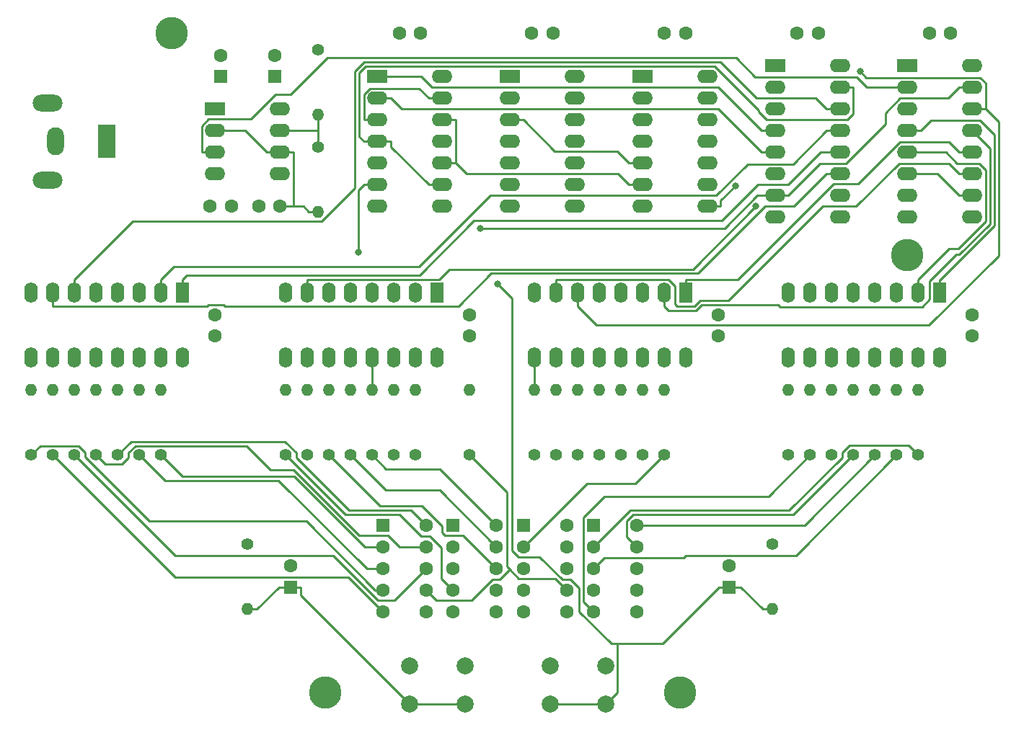
<source format=gbr>
%TF.GenerationSoftware,KiCad,Pcbnew,5.1.7-a382d34a8~87~ubuntu20.04.1*%
%TF.CreationDate,2020-10-18T23:33:31-03:00*%
%TF.ProjectId,cronometro-conta-para-zera,63726f6e-6f6d-4657-9472-6f2d636f6e74,rev?*%
%TF.SameCoordinates,Original*%
%TF.FileFunction,Copper,L1,Top*%
%TF.FilePolarity,Positive*%
%FSLAX46Y46*%
G04 Gerber Fmt 4.6, Leading zero omitted, Abs format (unit mm)*
G04 Created by KiCad (PCBNEW 5.1.7-a382d34a8~87~ubuntu20.04.1) date 2020-10-18 23:33:31*
%MOMM*%
%LPD*%
G01*
G04 APERTURE LIST*
%TA.AperFunction,ComponentPad*%
%ADD10C,3.800000*%
%TD*%
%TA.AperFunction,ComponentPad*%
%ADD11O,2.400000X1.600000*%
%TD*%
%TA.AperFunction,ComponentPad*%
%ADD12R,2.400000X1.600000*%
%TD*%
%TA.AperFunction,ComponentPad*%
%ADD13C,1.600000*%
%TD*%
%TA.AperFunction,ComponentPad*%
%ADD14R,1.600000X1.600000*%
%TD*%
%TA.AperFunction,ComponentPad*%
%ADD15O,1.600000X2.400000*%
%TD*%
%TA.AperFunction,ComponentPad*%
%ADD16R,1.600000X2.400000*%
%TD*%
%TA.AperFunction,ComponentPad*%
%ADD17C,2.000000*%
%TD*%
%TA.AperFunction,ComponentPad*%
%ADD18O,1.400000X1.400000*%
%TD*%
%TA.AperFunction,ComponentPad*%
%ADD19C,1.400000*%
%TD*%
%TA.AperFunction,ComponentPad*%
%ADD20O,3.500000X2.000000*%
%TD*%
%TA.AperFunction,ComponentPad*%
%ADD21O,2.000000X3.300000*%
%TD*%
%TA.AperFunction,ComponentPad*%
%ADD22R,2.000000X4.000000*%
%TD*%
%TA.AperFunction,ViaPad*%
%ADD23C,0.800000*%
%TD*%
%TA.AperFunction,Conductor*%
%ADD24C,0.250000*%
%TD*%
G04 APERTURE END LIST*
D10*
%TO.P,Par4,1*%
%TO.N,N/C*%
X147320000Y-27940000D03*
%TD*%
%TO.P,Par3,1*%
%TO.N,N/C*%
X233680000Y-53975000D03*
%TD*%
%TO.P,Par2,1*%
%TO.N,N/C*%
X207010000Y-105410000D03*
%TD*%
%TO.P,Par1,1*%
%TO.N,N/C*%
X165354000Y-105410000D03*
%TD*%
D11*
%TO.P,U3,16*%
%TO.N,VCC*%
X225742000Y-31750000D03*
%TO.P,U3,8*%
%TO.N,Earth*%
X218122000Y-49530000D03*
%TO.P,U3,15*%
%TO.N,MR*%
X225742000Y-34290000D03*
%TO.P,U3,7*%
%TO.N,/clr_seg*%
X218122000Y-46990000D03*
%TO.P,U3,14*%
%TO.N,/M3*%
X225742000Y-36830000D03*
%TO.P,U3,6*%
%TO.N,N/C*%
X218122000Y-44450000D03*
%TO.P,U3,13*%
%TO.N,/M2*%
X225742000Y-39370000D03*
%TO.P,U3,5*%
%TO.N,/Sd2*%
X218122000Y-41910000D03*
%TO.P,U3,12*%
%TO.N,/M1*%
X225742000Y-41910000D03*
%TO.P,U3,4*%
%TO.N,/Sd1*%
X218122000Y-39370000D03*
%TO.P,U3,11*%
%TO.N,/M0*%
X225742000Y-44450000D03*
%TO.P,U3,3*%
%TO.N,/Sd0*%
X218122000Y-36830000D03*
%TO.P,U3,10*%
%TO.N,/Sd2*%
X225742000Y-46990000D03*
%TO.P,U3,2*%
%TO.N,/Su3*%
X218122000Y-34290000D03*
%TO.P,U3,9*%
%TO.N,Earth*%
X225742000Y-49530000D03*
D12*
%TO.P,U3,1*%
X218122000Y-31750000D03*
%TD*%
D13*
%TO.P,U14,10*%
%TO.N,Net-(R28-Pad1)*%
X177165000Y-85725000D03*
%TO.P,U14,9*%
%TO.N,Net-(R29-Pad1)*%
X177165000Y-88265000D03*
%TO.P,U14,8*%
%TO.N,Net-(R30-Pad1)*%
X177165000Y-90805000D03*
%TO.P,U14,7*%
%TO.N,/driver-displays/DP*%
X177165000Y-93345000D03*
%TO.P,U14,6*%
%TO.N,Earth*%
X177165000Y-95885000D03*
%TO.P,U14,5*%
%TO.N,Net-(R31-Pad1)*%
X172085000Y-95885000D03*
%TO.P,U14,4*%
%TO.N,Net-(R32-Pad1)*%
X172085000Y-93345000D03*
%TO.P,U14,3*%
%TO.N,Net-(R34-Pad1)*%
X172085000Y-90805000D03*
%TO.P,U14,2*%
%TO.N,Net-(R33-Pad1)*%
X172085000Y-88265000D03*
D14*
%TO.P,U14,1*%
%TO.N,Earth*%
X172085000Y-85725000D03*
%TD*%
D13*
%TO.P,U13,10*%
%TO.N,Net-(R21-Pad1)*%
X185420000Y-85725000D03*
%TO.P,U13,9*%
%TO.N,Net-(R22-Pad1)*%
X185420000Y-88265000D03*
%TO.P,U13,8*%
%TO.N,Net-(R23-Pad1)*%
X185420000Y-90805000D03*
%TO.P,U13,7*%
%TO.N,Earth*%
X185420000Y-93345000D03*
%TO.P,U13,6*%
X185420000Y-95885000D03*
%TO.P,U13,5*%
%TO.N,Net-(R24-Pad1)*%
X180340000Y-95885000D03*
%TO.P,U13,4*%
%TO.N,Net-(R25-Pad1)*%
X180340000Y-93345000D03*
%TO.P,U13,3*%
%TO.N,Net-(R27-Pad1)*%
X180340000Y-90805000D03*
%TO.P,U13,2*%
%TO.N,Net-(R26-Pad1)*%
X180340000Y-88265000D03*
D14*
%TO.P,U13,1*%
%TO.N,Earth*%
X180340000Y-85725000D03*
%TD*%
D13*
%TO.P,U12,10*%
%TO.N,Net-(R14-Pad1)*%
X193675000Y-85725000D03*
%TO.P,U12,9*%
%TO.N,Net-(R15-Pad1)*%
X193675000Y-88265000D03*
%TO.P,U12,8*%
%TO.N,Net-(R16-Pad1)*%
X193675000Y-90805000D03*
%TO.P,U12,7*%
%TO.N,/driver-displays/DP*%
X193675000Y-93345000D03*
%TO.P,U12,6*%
%TO.N,Earth*%
X193675000Y-95885000D03*
%TO.P,U12,5*%
%TO.N,Net-(R17-Pad1)*%
X188595000Y-95885000D03*
%TO.P,U12,4*%
%TO.N,Net-(R18-Pad1)*%
X188595000Y-93345000D03*
%TO.P,U12,3*%
%TO.N,Net-(R20-Pad1)*%
X188595000Y-90805000D03*
%TO.P,U12,2*%
%TO.N,Net-(R19-Pad1)*%
X188595000Y-88265000D03*
D14*
%TO.P,U12,1*%
%TO.N,Earth*%
X188595000Y-85725000D03*
%TD*%
D13*
%TO.P,U11,10*%
%TO.N,Net-(R7-Pad1)*%
X201930000Y-85725000D03*
%TO.P,U11,9*%
%TO.N,Net-(R8-Pad1)*%
X201930000Y-88265000D03*
%TO.P,U11,8*%
%TO.N,Net-(R9-Pad1)*%
X201930000Y-90805000D03*
%TO.P,U11,7*%
%TO.N,Earth*%
X201930000Y-93345000D03*
%TO.P,U11,6*%
X201930000Y-95885000D03*
%TO.P,U11,5*%
%TO.N,Net-(R10-Pad1)*%
X196850000Y-95885000D03*
%TO.P,U11,4*%
%TO.N,Net-(R11-Pad1)*%
X196850000Y-93345000D03*
%TO.P,U11,3*%
%TO.N,Net-(R13-Pad1)*%
X196850000Y-90805000D03*
%TO.P,U11,2*%
%TO.N,Net-(R12-Pad1)*%
X196850000Y-88265000D03*
D14*
%TO.P,U11,1*%
%TO.N,Earth*%
X196850000Y-85725000D03*
%TD*%
D15*
%TO.P,U10,16*%
%TO.N,VCC*%
X148590000Y-66040000D03*
%TO.P,U10,8*%
%TO.N,Earth*%
X130810000Y-58420000D03*
%TO.P,U10,15*%
%TO.N,Net-(R33-Pad2)*%
X146050000Y-66040000D03*
%TO.P,U10,7*%
%TO.N,/M0*%
X133350000Y-58420000D03*
%TO.P,U10,14*%
%TO.N,Net-(R34-Pad2)*%
X143510000Y-66040000D03*
%TO.P,U10,6*%
%TO.N,/M3*%
X135890000Y-58420000D03*
%TO.P,U10,13*%
%TO.N,Net-(R28-Pad2)*%
X140970000Y-66040000D03*
%TO.P,U10,5*%
%TO.N,Earth*%
X138430000Y-58420000D03*
%TO.P,U10,12*%
%TO.N,Net-(R29-Pad2)*%
X138430000Y-66040000D03*
%TO.P,U10,4*%
%TO.N,VCC*%
X140970000Y-58420000D03*
%TO.P,U10,11*%
%TO.N,Net-(R30-Pad2)*%
X135890000Y-66040000D03*
%TO.P,U10,3*%
%TO.N,VCC*%
X143510000Y-58420000D03*
%TO.P,U10,10*%
%TO.N,Net-(R31-Pad2)*%
X133350000Y-66040000D03*
%TO.P,U10,2*%
%TO.N,/M2*%
X146050000Y-58420000D03*
%TO.P,U10,9*%
%TO.N,Net-(R32-Pad2)*%
X130810000Y-66040000D03*
D16*
%TO.P,U10,1*%
%TO.N,/M1*%
X148590000Y-58420000D03*
%TD*%
D15*
%TO.P,U9,16*%
%TO.N,VCC*%
X178435000Y-66040000D03*
%TO.P,U9,8*%
%TO.N,Earth*%
X160655000Y-58420000D03*
%TO.P,U9,15*%
%TO.N,Net-(R26-Pad2)*%
X175895000Y-66040000D03*
%TO.P,U9,7*%
%TO.N,/Sd0*%
X163195000Y-58420000D03*
%TO.P,U9,14*%
%TO.N,Net-(R27-Pad2)*%
X173355000Y-66040000D03*
%TO.P,U9,6*%
%TO.N,Earth*%
X165735000Y-58420000D03*
%TO.P,U9,13*%
%TO.N,Net-(R21-Pad2)*%
X170815000Y-66040000D03*
%TO.P,U9,5*%
%TO.N,Earth*%
X168275000Y-58420000D03*
%TO.P,U9,12*%
%TO.N,Net-(R22-Pad2)*%
X168275000Y-66040000D03*
%TO.P,U9,4*%
%TO.N,VCC*%
X170815000Y-58420000D03*
%TO.P,U9,11*%
%TO.N,Net-(R23-Pad2)*%
X165735000Y-66040000D03*
%TO.P,U9,3*%
%TO.N,VCC*%
X173355000Y-58420000D03*
%TO.P,U9,10*%
%TO.N,Net-(R24-Pad2)*%
X163195000Y-66040000D03*
%TO.P,U9,2*%
%TO.N,/Sd2*%
X175895000Y-58420000D03*
%TO.P,U9,9*%
%TO.N,Net-(R25-Pad2)*%
X160655000Y-66040000D03*
D16*
%TO.P,U9,1*%
%TO.N,/Sd1*%
X178435000Y-58420000D03*
%TD*%
D15*
%TO.P,U8,16*%
%TO.N,VCC*%
X207645000Y-66040000D03*
%TO.P,U8,8*%
%TO.N,Earth*%
X189865000Y-58420000D03*
%TO.P,U8,15*%
%TO.N,Net-(R19-Pad2)*%
X205105000Y-66040000D03*
%TO.P,U8,7*%
%TO.N,/Su0*%
X192405000Y-58420000D03*
%TO.P,U8,14*%
%TO.N,Net-(R20-Pad2)*%
X202565000Y-66040000D03*
%TO.P,U8,6*%
%TO.N,/Su3*%
X194945000Y-58420000D03*
%TO.P,U8,13*%
%TO.N,Net-(R14-Pad2)*%
X200025000Y-66040000D03*
%TO.P,U8,5*%
%TO.N,Earth*%
X197485000Y-58420000D03*
%TO.P,U8,12*%
%TO.N,Net-(R15-Pad2)*%
X197485000Y-66040000D03*
%TO.P,U8,4*%
%TO.N,VCC*%
X200025000Y-58420000D03*
%TO.P,U8,11*%
%TO.N,Net-(R16-Pad2)*%
X194945000Y-66040000D03*
%TO.P,U8,3*%
%TO.N,VCC*%
X202565000Y-58420000D03*
%TO.P,U8,10*%
%TO.N,Net-(R17-Pad2)*%
X192405000Y-66040000D03*
%TO.P,U8,2*%
%TO.N,/Su2*%
X205105000Y-58420000D03*
%TO.P,U8,9*%
%TO.N,Net-(R18-Pad2)*%
X189865000Y-66040000D03*
D16*
%TO.P,U8,1*%
%TO.N,/Su1*%
X207645000Y-58420000D03*
%TD*%
D15*
%TO.P,U7,16*%
%TO.N,VCC*%
X237490000Y-66040000D03*
%TO.P,U7,8*%
%TO.N,Earth*%
X219710000Y-58420000D03*
%TO.P,U7,15*%
%TO.N,Net-(R12-Pad2)*%
X234950000Y-66040000D03*
%TO.P,U7,7*%
%TO.N,/DS0*%
X222250000Y-58420000D03*
%TO.P,U7,14*%
%TO.N,Net-(R13-Pad2)*%
X232410000Y-66040000D03*
%TO.P,U7,6*%
%TO.N,/DS3*%
X224790000Y-58420000D03*
%TO.P,U7,13*%
%TO.N,Net-(R7-Pad2)*%
X229870000Y-66040000D03*
%TO.P,U7,5*%
%TO.N,Earth*%
X227330000Y-58420000D03*
%TO.P,U7,12*%
%TO.N,Net-(R8-Pad2)*%
X227330000Y-66040000D03*
%TO.P,U7,4*%
%TO.N,VCC*%
X229870000Y-58420000D03*
%TO.P,U7,11*%
%TO.N,Net-(R9-Pad2)*%
X224790000Y-66040000D03*
%TO.P,U7,3*%
%TO.N,VCC*%
X232410000Y-58420000D03*
%TO.P,U7,10*%
%TO.N,Net-(R10-Pad2)*%
X222250000Y-66040000D03*
%TO.P,U7,2*%
%TO.N,/DS2*%
X234950000Y-58420000D03*
%TO.P,U7,9*%
%TO.N,Net-(R11-Pad2)*%
X219710000Y-66040000D03*
D16*
%TO.P,U7,1*%
%TO.N,/DS1*%
X237490000Y-58420000D03*
%TD*%
D11*
%TO.P,U6,14*%
%TO.N,N/C*%
X210185000Y-33020000D03*
%TO.P,U6,7*%
%TO.N,VCC*%
X202565000Y-48260000D03*
%TO.P,U6,13*%
%TO.N,N/C*%
X210185000Y-35560000D03*
%TO.P,U6,6*%
%TO.N,~MR*%
X202565000Y-45720000D03*
%TO.P,U6,12*%
%TO.N,N/C*%
X210185000Y-38100000D03*
%TO.P,U6,5*%
%TO.N,Net-(U5-Pad3)*%
X202565000Y-43180000D03*
%TO.P,U6,11*%
%TO.N,Earth*%
X210185000Y-40640000D03*
%TO.P,U6,4*%
%TO.N,VCC*%
X202565000Y-40640000D03*
%TO.P,U6,10*%
X210185000Y-43180000D03*
%TO.P,U6,3*%
%TO.N,N/C*%
X202565000Y-38100000D03*
%TO.P,U6,9*%
X210185000Y-45720000D03*
%TO.P,U6,2*%
X202565000Y-35560000D03*
%TO.P,U6,8*%
%TO.N,/hab_cont*%
X210185000Y-48260000D03*
D12*
%TO.P,U6,1*%
%TO.N,N/C*%
X202565000Y-33020000D03*
%TD*%
D11*
%TO.P,U5,14*%
%TO.N,VCC*%
X194627000Y-33020000D03*
%TO.P,U5,7*%
%TO.N,Earth*%
X187007000Y-48260000D03*
%TO.P,U5,13*%
%TO.N,N/C*%
X194627000Y-35560000D03*
%TO.P,U5,6*%
X187007000Y-45720000D03*
%TO.P,U5,12*%
X194627000Y-38100000D03*
%TO.P,U5,5*%
X187007000Y-43180000D03*
%TO.P,U5,11*%
X194627000Y-40640000D03*
%TO.P,U5,4*%
X187007000Y-40640000D03*
%TO.P,U5,10*%
X194627000Y-43180000D03*
%TO.P,U5,3*%
%TO.N,Net-(U5-Pad3)*%
X187007000Y-38100000D03*
%TO.P,U5,9*%
%TO.N,N/C*%
X194627000Y-45720000D03*
%TO.P,U5,2*%
%TO.N,Net-(C3-Pad1)*%
X187007000Y-35560000D03*
%TO.P,U5,8*%
%TO.N,N/C*%
X194627000Y-48260000D03*
D12*
%TO.P,U5,1*%
%TO.N,Net-(C3-Pad1)*%
X187007000Y-33020000D03*
%TD*%
D11*
%TO.P,U4,14*%
%TO.N,VCC*%
X179070000Y-33020000D03*
%TO.P,U4,7*%
%TO.N,Earth*%
X171450000Y-48260000D03*
%TO.P,U4,13*%
%TO.N,Net-(U4-Pad13)*%
X179070000Y-35560000D03*
%TO.P,U4,6*%
%TO.N,Net-(C4-Pad1)*%
X171450000Y-45720000D03*
%TO.P,U4,12*%
%TO.N,~MR*%
X179070000Y-38100000D03*
%TO.P,U4,5*%
%TO.N,Net-(C4-Pad1)*%
X171450000Y-43180000D03*
%TO.P,U4,11*%
%TO.N,/clr_seg*%
X179070000Y-40640000D03*
%TO.P,U4,4*%
%TO.N,MR*%
X171450000Y-40640000D03*
%TO.P,U4,10*%
%TO.N,~MR*%
X179070000Y-43180000D03*
%TO.P,U4,3*%
%TO.N,Net-(U4-Pad13)*%
X171450000Y-38100000D03*
%TO.P,U4,9*%
%TO.N,MR*%
X179070000Y-45720000D03*
%TO.P,U4,2*%
%TO.N,/Sd2*%
X171450000Y-35560000D03*
%TO.P,U4,8*%
%TO.N,MR*%
X179070000Y-48260000D03*
D12*
%TO.P,U4,1*%
%TO.N,/Sd1*%
X171450000Y-33020000D03*
%TD*%
D11*
%TO.P,U2,16*%
%TO.N,VCC*%
X241300000Y-31750000D03*
%TO.P,U2,8*%
%TO.N,Earth*%
X233680000Y-49530000D03*
%TO.P,U2,15*%
%TO.N,/clr_seg*%
X241300000Y-34290000D03*
%TO.P,U2,7*%
%TO.N,MR*%
X233680000Y-46990000D03*
%TO.P,U2,14*%
%TO.N,/Su3*%
X241300000Y-36830000D03*
%TO.P,U2,6*%
%TO.N,/DS3*%
X233680000Y-44450000D03*
%TO.P,U2,13*%
%TO.N,/Su2*%
X241300000Y-39370000D03*
%TO.P,U2,5*%
%TO.N,/DS2*%
X233680000Y-41910000D03*
%TO.P,U2,12*%
%TO.N,/Su1*%
X241300000Y-41910000D03*
%TO.P,U2,4*%
%TO.N,/DS1*%
X233680000Y-39370000D03*
%TO.P,U2,11*%
%TO.N,/Su0*%
X241300000Y-44450000D03*
%TO.P,U2,3*%
%TO.N,/DS0*%
X233680000Y-36830000D03*
%TO.P,U2,10*%
%TO.N,/DS3*%
X241300000Y-46990000D03*
%TO.P,U2,2*%
%TO.N,ck*%
X233680000Y-34290000D03*
%TO.P,U2,9*%
%TO.N,Earth*%
X241300000Y-49530000D03*
D12*
%TO.P,U2,1*%
%TO.N,/hab_cont*%
X233680000Y-31750000D03*
%TD*%
D11*
%TO.P,U1,8*%
%TO.N,VCC*%
X160020000Y-36830000D03*
%TO.P,U1,4*%
X152400000Y-44450000D03*
%TO.P,U1,7*%
%TO.N,Net-(R1-Pad2)*%
X160020000Y-39370000D03*
%TO.P,U1,3*%
%TO.N,ck*%
X152400000Y-41910000D03*
%TO.P,U1,6*%
%TO.N,Net-(C2-Pad1)*%
X160020000Y-41910000D03*
%TO.P,U1,2*%
X152400000Y-39370000D03*
%TO.P,U1,5*%
%TO.N,Net-(C1-Pad1)*%
X160020000Y-44450000D03*
D12*
%TO.P,U1,1*%
%TO.N,Earth*%
X152400000Y-36830000D03*
%TD*%
D17*
%TO.P,SW2,1*%
%TO.N,Earth*%
X198270000Y-102235000D03*
%TO.P,SW2,2*%
%TO.N,Net-(C3-Pad1)*%
X198270000Y-106735000D03*
%TO.P,SW2,1*%
%TO.N,Earth*%
X191770000Y-102235000D03*
%TO.P,SW2,2*%
%TO.N,Net-(C3-Pad1)*%
X191770000Y-106735000D03*
%TD*%
%TO.P,SW1,1*%
%TO.N,Earth*%
X181760000Y-102235000D03*
%TO.P,SW1,2*%
%TO.N,Net-(C4-Pad1)*%
X181760000Y-106735000D03*
%TO.P,SW1,1*%
%TO.N,Earth*%
X175260000Y-102235000D03*
%TO.P,SW1,2*%
%TO.N,Net-(C4-Pad1)*%
X175260000Y-106735000D03*
%TD*%
D18*
%TO.P,R34,2*%
%TO.N,Net-(R34-Pad2)*%
X143510000Y-69850000D03*
D19*
%TO.P,R34,1*%
%TO.N,Net-(R34-Pad1)*%
X143510000Y-77470000D03*
%TD*%
D18*
%TO.P,R33,2*%
%TO.N,Net-(R33-Pad2)*%
X146050000Y-69850000D03*
D19*
%TO.P,R33,1*%
%TO.N,Net-(R33-Pad1)*%
X146050000Y-77470000D03*
%TD*%
D18*
%TO.P,R32,2*%
%TO.N,Net-(R32-Pad2)*%
X130810000Y-69850000D03*
D19*
%TO.P,R32,1*%
%TO.N,Net-(R32-Pad1)*%
X130810000Y-77470000D03*
%TD*%
D18*
%TO.P,R31,2*%
%TO.N,Net-(R31-Pad2)*%
X133350000Y-69850000D03*
D19*
%TO.P,R31,1*%
%TO.N,Net-(R31-Pad1)*%
X133350000Y-77470000D03*
%TD*%
D18*
%TO.P,R30,2*%
%TO.N,Net-(R30-Pad2)*%
X135890000Y-69850000D03*
D19*
%TO.P,R30,1*%
%TO.N,Net-(R30-Pad1)*%
X135890000Y-77470000D03*
%TD*%
D18*
%TO.P,R29,2*%
%TO.N,Net-(R29-Pad2)*%
X138430000Y-69850000D03*
D19*
%TO.P,R29,1*%
%TO.N,Net-(R29-Pad1)*%
X138430000Y-77470000D03*
%TD*%
D18*
%TO.P,R28,2*%
%TO.N,Net-(R28-Pad2)*%
X140970000Y-69850000D03*
D19*
%TO.P,R28,1*%
%TO.N,Net-(R28-Pad1)*%
X140970000Y-77470000D03*
%TD*%
D18*
%TO.P,R27,2*%
%TO.N,Net-(R27-Pad2)*%
X173355000Y-69850000D03*
D19*
%TO.P,R27,1*%
%TO.N,Net-(R27-Pad1)*%
X173355000Y-77470000D03*
%TD*%
D18*
%TO.P,R26,2*%
%TO.N,Net-(R26-Pad2)*%
X175895000Y-69850000D03*
D19*
%TO.P,R26,1*%
%TO.N,Net-(R26-Pad1)*%
X175895000Y-77470000D03*
%TD*%
D18*
%TO.P,R25,2*%
%TO.N,Net-(R25-Pad2)*%
X160655000Y-69850000D03*
D19*
%TO.P,R25,1*%
%TO.N,Net-(R25-Pad1)*%
X160655000Y-77470000D03*
%TD*%
D18*
%TO.P,R24,2*%
%TO.N,Net-(R24-Pad2)*%
X163195000Y-69850000D03*
D19*
%TO.P,R24,1*%
%TO.N,Net-(R24-Pad1)*%
X163195000Y-77470000D03*
%TD*%
D18*
%TO.P,R23,2*%
%TO.N,Net-(R23-Pad2)*%
X165735000Y-69850000D03*
D19*
%TO.P,R23,1*%
%TO.N,Net-(R23-Pad1)*%
X165735000Y-77470000D03*
%TD*%
D18*
%TO.P,R22,2*%
%TO.N,Net-(R22-Pad2)*%
X168275000Y-69850000D03*
D19*
%TO.P,R22,1*%
%TO.N,Net-(R22-Pad1)*%
X168275000Y-77470000D03*
%TD*%
D18*
%TO.P,R21,2*%
%TO.N,Net-(R21-Pad2)*%
X170815000Y-69850000D03*
D19*
%TO.P,R21,1*%
%TO.N,Net-(R21-Pad1)*%
X170815000Y-77470000D03*
%TD*%
D18*
%TO.P,R20,2*%
%TO.N,Net-(R20-Pad2)*%
X202565000Y-69850000D03*
D19*
%TO.P,R20,1*%
%TO.N,Net-(R20-Pad1)*%
X202565000Y-77470000D03*
%TD*%
D18*
%TO.P,R19,2*%
%TO.N,Net-(R19-Pad2)*%
X205105000Y-69850000D03*
D19*
%TO.P,R19,1*%
%TO.N,Net-(R19-Pad1)*%
X205105000Y-77470000D03*
%TD*%
D18*
%TO.P,R18,2*%
%TO.N,Net-(R18-Pad2)*%
X189865000Y-69850000D03*
D19*
%TO.P,R18,1*%
%TO.N,Net-(R18-Pad1)*%
X189865000Y-77470000D03*
%TD*%
D18*
%TO.P,R17,2*%
%TO.N,Net-(R17-Pad2)*%
X192405000Y-69850000D03*
D19*
%TO.P,R17,1*%
%TO.N,Net-(R17-Pad1)*%
X192405000Y-77470000D03*
%TD*%
D18*
%TO.P,R16,2*%
%TO.N,Net-(R16-Pad2)*%
X194945000Y-69850000D03*
D19*
%TO.P,R16,1*%
%TO.N,Net-(R16-Pad1)*%
X194945000Y-77470000D03*
%TD*%
D18*
%TO.P,R15,2*%
%TO.N,Net-(R15-Pad2)*%
X197485000Y-69850000D03*
D19*
%TO.P,R15,1*%
%TO.N,Net-(R15-Pad1)*%
X197485000Y-77470000D03*
%TD*%
D18*
%TO.P,R14,2*%
%TO.N,Net-(R14-Pad2)*%
X200025000Y-69850000D03*
D19*
%TO.P,R14,1*%
%TO.N,Net-(R14-Pad1)*%
X200025000Y-77470000D03*
%TD*%
D18*
%TO.P,R13,2*%
%TO.N,Net-(R13-Pad2)*%
X232410000Y-69850000D03*
D19*
%TO.P,R13,1*%
%TO.N,Net-(R13-Pad1)*%
X232410000Y-77470000D03*
%TD*%
D18*
%TO.P,R12,2*%
%TO.N,Net-(R12-Pad2)*%
X234950000Y-69850000D03*
D19*
%TO.P,R12,1*%
%TO.N,Net-(R12-Pad1)*%
X234950000Y-77470000D03*
%TD*%
D18*
%TO.P,R11,2*%
%TO.N,Net-(R11-Pad2)*%
X219710000Y-69850000D03*
D19*
%TO.P,R11,1*%
%TO.N,Net-(R11-Pad1)*%
X219710000Y-77470000D03*
%TD*%
D18*
%TO.P,R10,2*%
%TO.N,Net-(R10-Pad2)*%
X222250000Y-69850000D03*
D19*
%TO.P,R10,1*%
%TO.N,Net-(R10-Pad1)*%
X222250000Y-77470000D03*
%TD*%
D18*
%TO.P,R9,2*%
%TO.N,Net-(R9-Pad2)*%
X224790000Y-69850000D03*
D19*
%TO.P,R9,1*%
%TO.N,Net-(R9-Pad1)*%
X224790000Y-77470000D03*
%TD*%
D18*
%TO.P,R8,2*%
%TO.N,Net-(R8-Pad2)*%
X227330000Y-69850000D03*
D19*
%TO.P,R8,1*%
%TO.N,Net-(R8-Pad1)*%
X227330000Y-77470000D03*
%TD*%
D18*
%TO.P,R7,2*%
%TO.N,Net-(R7-Pad2)*%
X229870000Y-69850000D03*
D19*
%TO.P,R7,1*%
%TO.N,Net-(R7-Pad1)*%
X229870000Y-77470000D03*
%TD*%
D18*
%TO.P,R6,2*%
%TO.N,VCC*%
X182245000Y-69850000D03*
D19*
%TO.P,R6,1*%
%TO.N,/driver-displays/DP*%
X182245000Y-77470000D03*
%TD*%
D18*
%TO.P,R5,2*%
%TO.N,Net-(C4-Pad1)*%
X156210000Y-95595000D03*
D19*
%TO.P,R5,1*%
%TO.N,VCC*%
X156210000Y-87975000D03*
%TD*%
D18*
%TO.P,R4,2*%
%TO.N,Net-(C3-Pad1)*%
X217805000Y-95595000D03*
D19*
%TO.P,R4,1*%
%TO.N,VCC*%
X217805000Y-87975000D03*
%TD*%
D18*
%TO.P,R2,2*%
%TO.N,Net-(C2-Pad1)*%
X164465000Y-48895000D03*
D19*
%TO.P,R2,1*%
%TO.N,Net-(R1-Pad2)*%
X164465000Y-41275000D03*
%TD*%
D18*
%TO.P,R1,2*%
%TO.N,Net-(R1-Pad2)*%
X164465000Y-37465000D03*
D19*
%TO.P,R1,1*%
%TO.N,VCC*%
X164465000Y-29845000D03*
%TD*%
D20*
%TO.P,J1,MP*%
%TO.N,N/C*%
X132700000Y-45140000D03*
X132700000Y-36140000D03*
D21*
%TO.P,J1,2*%
%TO.N,Earth*%
X133700000Y-40640000D03*
D22*
%TO.P,J1,1*%
%TO.N,VCC*%
X139700000Y-40640000D03*
%TD*%
D13*
%TO.P,C15,2*%
%TO.N,Earth*%
X205145000Y-27940000D03*
%TO.P,C15,1*%
%TO.N,VCC*%
X207645000Y-27940000D03*
%TD*%
%TO.P,C14,2*%
%TO.N,Earth*%
X152400000Y-61000000D03*
%TO.P,C14,1*%
%TO.N,VCC*%
X152400000Y-63500000D03*
%TD*%
%TO.P,C13,2*%
%TO.N,Earth*%
X182245000Y-61000000D03*
%TO.P,C13,1*%
%TO.N,VCC*%
X182245000Y-63500000D03*
%TD*%
%TO.P,C12,2*%
%TO.N,Earth*%
X211455000Y-61000000D03*
%TO.P,C12,1*%
%TO.N,VCC*%
X211455000Y-63500000D03*
%TD*%
%TO.P,C11,2*%
%TO.N,Earth*%
X241300000Y-61000000D03*
%TO.P,C11,1*%
%TO.N,VCC*%
X241300000Y-63500000D03*
%TD*%
%TO.P,C10,2*%
%TO.N,Earth*%
X174030000Y-27940000D03*
%TO.P,C10,1*%
%TO.N,VCC*%
X176530000Y-27940000D03*
%TD*%
%TO.P,C9,2*%
%TO.N,Earth*%
X189588000Y-27940000D03*
%TO.P,C9,1*%
%TO.N,VCC*%
X192088000Y-27940000D03*
%TD*%
%TO.P,C8,2*%
%TO.N,Earth*%
X220702000Y-27940000D03*
%TO.P,C8,1*%
%TO.N,VCC*%
X223202000Y-27940000D03*
%TD*%
%TO.P,C7,2*%
%TO.N,Earth*%
X236260000Y-27940000D03*
%TO.P,C7,1*%
%TO.N,VCC*%
X238760000Y-27940000D03*
%TD*%
%TO.P,C6,2*%
%TO.N,Earth*%
X153035000Y-30520000D03*
D14*
%TO.P,C6,1*%
%TO.N,VCC*%
X153035000Y-33020000D03*
%TD*%
D13*
%TO.P,C5,2*%
%TO.N,Earth*%
X159385000Y-30520000D03*
D14*
%TO.P,C5,1*%
%TO.N,VCC*%
X159385000Y-33020000D03*
%TD*%
D13*
%TO.P,C4,2*%
%TO.N,Earth*%
X161290000Y-90490100D03*
D14*
%TO.P,C4,1*%
%TO.N,Net-(C4-Pad1)*%
X161290000Y-92990100D03*
%TD*%
D13*
%TO.P,C3,2*%
%TO.N,Earth*%
X212725000Y-90490100D03*
D14*
%TO.P,C3,1*%
%TO.N,Net-(C3-Pad1)*%
X212725000Y-92990100D03*
%TD*%
D13*
%TO.P,C2,2*%
%TO.N,Earth*%
X157520000Y-48260000D03*
%TO.P,C2,1*%
%TO.N,Net-(C2-Pad1)*%
X160020000Y-48260000D03*
%TD*%
%TO.P,C1,2*%
%TO.N,Earth*%
X151805000Y-48260000D03*
%TO.P,C1,1*%
%TO.N,Net-(C1-Pad1)*%
X154305000Y-48260000D03*
%TD*%
D23*
%TO.N,Net-(C3-Pad1)*%
X185587000Y-57339200D03*
%TO.N,Net-(C4-Pad1)*%
X169237400Y-53631600D03*
%TO.N,/hab_cont*%
X213475900Y-45844500D03*
%TO.N,/clr_seg*%
X183574800Y-50867700D03*
%TO.N,/Su3*%
X228145600Y-32397200D03*
%TO.N,/Sd0*%
X215918800Y-48251300D03*
%TD*%
D24*
%TO.N,Net-(C2-Pad1)*%
X160020000Y-41910000D02*
X158444700Y-41910000D01*
X152400000Y-39370000D02*
X155904700Y-39370000D01*
X155904700Y-39370000D02*
X158444700Y-41910000D01*
X161595300Y-48260000D02*
X162754700Y-48260000D01*
X162754700Y-48260000D02*
X163389700Y-48895000D01*
X160020000Y-48260000D02*
X161595300Y-48260000D01*
X161595300Y-48260000D02*
X161595300Y-41910000D01*
X160020000Y-41910000D02*
X161595300Y-41910000D01*
X164465000Y-48895000D02*
X163389700Y-48895000D01*
%TO.N,Net-(C3-Pad1)*%
X185587000Y-57339200D02*
X187292900Y-59045100D01*
X187292900Y-59045100D02*
X187292900Y-88675000D01*
X187292900Y-88675000D02*
X188058300Y-89440400D01*
X188058300Y-89440400D02*
X190478100Y-89440400D01*
X190478100Y-89440400D02*
X193149900Y-92112200D01*
X193149900Y-92112200D02*
X194156300Y-92112200D01*
X194156300Y-92112200D02*
X195155600Y-93111500D01*
X195155600Y-93111500D02*
X195155600Y-95864200D01*
X195155600Y-95864200D02*
X198909000Y-99617600D01*
X198909000Y-99617600D02*
X199662100Y-99617600D01*
X199662100Y-99617600D02*
X204922200Y-99617600D01*
X204922200Y-99617600D02*
X211549700Y-92990100D01*
X199662100Y-99617600D02*
X199662100Y-105342900D01*
X199662100Y-105342900D02*
X198270000Y-106735000D01*
X212725000Y-92990100D02*
X211549700Y-92990100D01*
X216729700Y-95595000D02*
X214124800Y-92990100D01*
X214124800Y-92990100D02*
X212725000Y-92990100D01*
X191770000Y-106735000D02*
X198270000Y-106735000D01*
X217805000Y-95595000D02*
X216729700Y-95595000D01*
%TO.N,Net-(C4-Pad1)*%
X171450000Y-45720000D02*
X169874700Y-45720000D01*
X169237400Y-53631600D02*
X169237400Y-46357300D01*
X169237400Y-46357300D02*
X169874700Y-45720000D01*
X161290000Y-92990100D02*
X162465300Y-92990100D01*
X162465300Y-92990100D02*
X162465300Y-93940300D01*
X162465300Y-93940300D02*
X175260000Y-106735000D01*
X161290000Y-92990100D02*
X159890200Y-92990100D01*
X159890200Y-92990100D02*
X157285300Y-95595000D01*
X175260000Y-106735000D02*
X181760000Y-106735000D01*
X156210000Y-95595000D02*
X157285300Y-95595000D01*
%TO.N,Net-(R1-Pad2)*%
X164465000Y-39370000D02*
X164465000Y-41275000D01*
X164465000Y-37465000D02*
X164465000Y-39370000D01*
X164465000Y-39370000D02*
X161595300Y-39370000D01*
X160020000Y-39370000D02*
X161595300Y-39370000D01*
%TO.N,/driver-displays/DP*%
X186996200Y-90916400D02*
X188060200Y-91980400D01*
X188060200Y-91980400D02*
X192310400Y-91980400D01*
X192310400Y-91980400D02*
X193675000Y-93345000D01*
X182245000Y-77470000D02*
X186628800Y-81853800D01*
X186628800Y-81853800D02*
X186628800Y-90549000D01*
X186628800Y-90549000D02*
X186996200Y-90916400D01*
X186996200Y-90916400D02*
X185837600Y-92075000D01*
X185837600Y-92075000D02*
X184971500Y-92075000D01*
X184971500Y-92075000D02*
X182510900Y-94535600D01*
X182510900Y-94535600D02*
X178355600Y-94535600D01*
X178355600Y-94535600D02*
X177165000Y-93345000D01*
%TO.N,Net-(R7-Pad1)*%
X229870000Y-77470000D02*
X221615000Y-85725000D01*
X221615000Y-85725000D02*
X201930000Y-85725000D01*
%TO.N,Net-(R8-Pad1)*%
X227330000Y-77470000D02*
X220311000Y-84489000D01*
X220311000Y-84489000D02*
X201460000Y-84489000D01*
X201460000Y-84489000D02*
X200733100Y-85215900D01*
X200733100Y-85215900D02*
X200733100Y-87068100D01*
X200733100Y-87068100D02*
X201930000Y-88265000D01*
%TO.N,Net-(R10-Pad1)*%
X222250000Y-77470000D02*
X217394400Y-82325600D01*
X217394400Y-82325600D02*
X198118600Y-82325600D01*
X198118600Y-82325600D02*
X195656000Y-84788200D01*
X195656000Y-84788200D02*
X195656000Y-94691000D01*
X195656000Y-94691000D02*
X196850000Y-95885000D01*
%TO.N,Net-(R12-Pad1)*%
X234950000Y-77470000D02*
X233844600Y-76364600D01*
X233844600Y-76364600D02*
X226908500Y-76364600D01*
X226908500Y-76364600D02*
X226060000Y-77213100D01*
X226060000Y-77213100D02*
X226060000Y-77735000D01*
X226060000Y-77735000D02*
X219806400Y-83988600D01*
X219806400Y-83988600D02*
X201126300Y-83988600D01*
X201126300Y-83988600D02*
X201126300Y-83988700D01*
X201126300Y-83988700D02*
X196850000Y-88265000D01*
%TO.N,Net-(R13-Pad1)*%
X232410000Y-77470000D02*
X220596200Y-89283800D01*
X220596200Y-89283800D02*
X207671600Y-89283800D01*
X207671600Y-89283800D02*
X207420400Y-89535000D01*
X207420400Y-89535000D02*
X198120000Y-89535000D01*
X198120000Y-89535000D02*
X196850000Y-90805000D01*
%TO.N,Net-(R18-Pad2)*%
X189865000Y-69850000D02*
X189865000Y-66040000D01*
%TO.N,Net-(R19-Pad1)*%
X205105000Y-77470000D02*
X201770200Y-80804800D01*
X201770200Y-80804800D02*
X196055200Y-80804800D01*
X196055200Y-80804800D02*
X188595000Y-88265000D01*
%TO.N,Net-(R21-Pad2)*%
X170815000Y-69850000D02*
X170815000Y-66040000D01*
%TO.N,Net-(R21-Pad1)*%
X170815000Y-77470000D02*
X172452700Y-79107700D01*
X172452700Y-79107700D02*
X178802700Y-79107700D01*
X178802700Y-79107700D02*
X185420000Y-85725000D01*
%TO.N,Net-(R22-Pad1)*%
X185420000Y-88265000D02*
X178762600Y-81607600D01*
X178762600Y-81607600D02*
X172412600Y-81607600D01*
X172412600Y-81607600D02*
X168275000Y-77470000D01*
%TO.N,Net-(R23-Pad1)*%
X185420000Y-90805000D02*
X181515400Y-86900400D01*
X181515400Y-86900400D02*
X179349500Y-86900400D01*
X179349500Y-86900400D02*
X179015900Y-86566800D01*
X179015900Y-86566800D02*
X179015900Y-85853000D01*
X179015900Y-85853000D02*
X176645700Y-83482800D01*
X176645700Y-83482800D02*
X171747800Y-83482800D01*
X171747800Y-83482800D02*
X165735000Y-77470000D01*
%TO.N,Net-(R25-Pad1)*%
X160655000Y-77470000D02*
X167668600Y-84483600D01*
X167668600Y-84483600D02*
X174073400Y-84483600D01*
X174073400Y-84483600D02*
X176584800Y-86995000D01*
X176584800Y-86995000D02*
X177597100Y-86995000D01*
X177597100Y-86995000D02*
X178975400Y-88373300D01*
X178975400Y-88373300D02*
X178975400Y-91980400D01*
X178975400Y-91980400D02*
X180340000Y-93345000D01*
%TO.N,Net-(R28-Pad1)*%
X177165000Y-85725000D02*
X175423200Y-83983200D01*
X175423200Y-83983200D02*
X168130700Y-83983200D01*
X168130700Y-83983200D02*
X161925000Y-77777500D01*
X161925000Y-77777500D02*
X161925000Y-77180400D01*
X161925000Y-77180400D02*
X160632500Y-75887900D01*
X160632500Y-75887900D02*
X142552100Y-75887900D01*
X142552100Y-75887900D02*
X140970000Y-77470000D01*
%TO.N,Net-(R29-Pad1)*%
X138430000Y-77470000D02*
X139514400Y-78554400D01*
X139514400Y-78554400D02*
X141446400Y-78554400D01*
X141446400Y-78554400D02*
X142240000Y-77760800D01*
X142240000Y-77760800D02*
X142240000Y-77201000D01*
X142240000Y-77201000D02*
X143052700Y-76388300D01*
X143052700Y-76388300D02*
X156092800Y-76388300D01*
X156092800Y-76388300D02*
X158922500Y-79218000D01*
X158922500Y-79218000D02*
X161631000Y-79218000D01*
X161631000Y-79218000D02*
X169313400Y-86900400D01*
X169313400Y-86900400D02*
X172665400Y-86900400D01*
X172665400Y-86900400D02*
X174030000Y-88265000D01*
X174030000Y-88265000D02*
X177165000Y-88265000D01*
%TO.N,Net-(R30-Pad1)*%
X135890000Y-77470000D02*
X147704900Y-89284900D01*
X147704900Y-89284900D02*
X166266200Y-89284900D01*
X166266200Y-89284900D02*
X171504400Y-94523100D01*
X171504400Y-94523100D02*
X173446900Y-94523100D01*
X173446900Y-94523100D02*
X177165000Y-90805000D01*
%TO.N,Net-(R31-Pad1)*%
X133350000Y-77470000D02*
X147694700Y-91814700D01*
X147694700Y-91814700D02*
X168014700Y-91814700D01*
X168014700Y-91814700D02*
X172085000Y-95885000D01*
%TO.N,Net-(R32-Pad1)*%
X130810000Y-77470000D02*
X131891800Y-76388200D01*
X131891800Y-76388200D02*
X136367800Y-76388200D01*
X136367800Y-76388200D02*
X137160000Y-77180400D01*
X137160000Y-77180400D02*
X137160000Y-77720800D01*
X137160000Y-77720800D02*
X144684200Y-85245000D01*
X144684200Y-85245000D02*
X163114100Y-85245000D01*
X163114100Y-85245000D02*
X171214100Y-93345000D01*
X171214100Y-93345000D02*
X172085000Y-93345000D01*
%TO.N,Net-(R33-Pad1)*%
X146050000Y-77470000D02*
X148548300Y-79968300D01*
X148548300Y-79968300D02*
X161673600Y-79968300D01*
X161673600Y-79968300D02*
X169970300Y-88265000D01*
X169970300Y-88265000D02*
X172085000Y-88265000D01*
%TO.N,Net-(R34-Pad1)*%
X143510000Y-77470000D02*
X146508700Y-80468700D01*
X146508700Y-80468700D02*
X159864600Y-80468700D01*
X159864600Y-80468700D02*
X170200900Y-90805000D01*
X170200900Y-90805000D02*
X172085000Y-90805000D01*
%TO.N,ck*%
X150824700Y-41910000D02*
X150824700Y-38836500D01*
X150824700Y-38836500D02*
X151655800Y-38005400D01*
X151655800Y-38005400D02*
X156603800Y-38005400D01*
X156603800Y-38005400D02*
X159517800Y-35091400D01*
X159517800Y-35091400D02*
X161271500Y-35091400D01*
X161271500Y-35091400D02*
X165549900Y-30813000D01*
X165549900Y-30813000D02*
X213558300Y-30813000D01*
X213558300Y-30813000D02*
X215828200Y-33082900D01*
X215828200Y-33082900D02*
X227734900Y-33082900D01*
X227734900Y-33082900D02*
X228942000Y-34290000D01*
X228942000Y-34290000D02*
X232104700Y-34290000D01*
X233680000Y-34290000D02*
X232104700Y-34290000D01*
X152400000Y-41910000D02*
X150824700Y-41910000D01*
%TO.N,MR*%
X171450000Y-40640000D02*
X173025300Y-40640000D01*
X179070000Y-45720000D02*
X177494700Y-45720000D01*
X177494700Y-45720000D02*
X173025300Y-41250600D01*
X173025300Y-41250600D02*
X173025300Y-40640000D01*
X225742000Y-34290000D02*
X227317300Y-34290000D01*
X171450000Y-40640000D02*
X169874700Y-40640000D01*
X169874700Y-40640000D02*
X169340300Y-40105600D01*
X169340300Y-40105600D02*
X169340300Y-32574800D01*
X169340300Y-32574800D02*
X170091900Y-31823200D01*
X170091900Y-31823200D02*
X211065500Y-31823200D01*
X211065500Y-31823200D02*
X216222800Y-36980500D01*
X216222800Y-36980500D02*
X216222800Y-37120600D01*
X216222800Y-37120600D02*
X217147300Y-38045100D01*
X217147300Y-38045100D02*
X226631600Y-38045100D01*
X226631600Y-38045100D02*
X227317300Y-37359400D01*
X227317300Y-37359400D02*
X227317300Y-34290000D01*
%TO.N,/M3*%
X224166700Y-36830000D02*
X222896700Y-35560000D01*
X222896700Y-35560000D02*
X215954700Y-35560000D01*
X215954700Y-35560000D02*
X211717600Y-31322900D01*
X211717600Y-31322900D02*
X169884600Y-31322900D01*
X169884600Y-31322900D02*
X168809300Y-32398200D01*
X168809300Y-32398200D02*
X168809300Y-46077700D01*
X168809300Y-46077700D02*
X164909500Y-49977500D01*
X164909500Y-49977500D02*
X142757200Y-49977500D01*
X142757200Y-49977500D02*
X135890000Y-56844700D01*
X225742000Y-36830000D02*
X224166700Y-36830000D01*
X135890000Y-58420000D02*
X135890000Y-56844700D01*
%TO.N,/DS3*%
X241300000Y-46990000D02*
X239724700Y-46990000D01*
X239724700Y-46990000D02*
X237184700Y-44450000D01*
X237184700Y-44450000D02*
X233680000Y-44450000D01*
%TO.N,/M2*%
X224166700Y-39370000D02*
X220262100Y-43274600D01*
X220262100Y-43274600D02*
X214949500Y-43274600D01*
X214949500Y-43274600D02*
X211234100Y-46990000D01*
X211234100Y-46990000D02*
X184690600Y-46990000D01*
X184690600Y-46990000D02*
X176322600Y-55358000D01*
X176322600Y-55358000D02*
X147536700Y-55358000D01*
X147536700Y-55358000D02*
X146050000Y-56844700D01*
X225742000Y-39370000D02*
X224166700Y-39370000D01*
X146050000Y-58420000D02*
X146050000Y-56844700D01*
%TO.N,/DS2*%
X234950000Y-58420000D02*
X234950000Y-56844700D01*
X233680000Y-41910000D02*
X238204400Y-41910000D01*
X238204400Y-41910000D02*
X239535600Y-43241200D01*
X239535600Y-43241200D02*
X242166100Y-43241200D01*
X242166100Y-43241200D02*
X242877600Y-43952700D01*
X242877600Y-43952700D02*
X242877600Y-50020000D01*
X242877600Y-50020000D02*
X239662400Y-53235200D01*
X239662400Y-53235200D02*
X238559500Y-53235200D01*
X238559500Y-53235200D02*
X234950000Y-56844700D01*
%TO.N,/M1*%
X225742000Y-41910000D02*
X223507400Y-41910000D01*
X223507400Y-41910000D02*
X219697400Y-45720000D01*
X219697400Y-45720000D02*
X216165000Y-45720000D01*
X216165000Y-45720000D02*
X211931800Y-49953200D01*
X211931800Y-49953200D02*
X182788800Y-49953200D01*
X182788800Y-49953200D02*
X176397700Y-56344300D01*
X176397700Y-56344300D02*
X149090400Y-56344300D01*
X149090400Y-56344300D02*
X148590000Y-56844700D01*
X148590000Y-58420000D02*
X148590000Y-56844700D01*
%TO.N,/DS1*%
X237490000Y-56844700D02*
X237541600Y-56844700D01*
X237541600Y-56844700D02*
X243878200Y-50508100D01*
X243878200Y-50508100D02*
X243878200Y-39814100D01*
X243878200Y-39814100D02*
X242226400Y-38162300D01*
X242226400Y-38162300D02*
X236463000Y-38162300D01*
X236463000Y-38162300D02*
X235255300Y-39370000D01*
X237490000Y-58420000D02*
X237490000Y-56844700D01*
X233680000Y-39370000D02*
X235255300Y-39370000D01*
%TO.N,/M0*%
X224166700Y-44450000D02*
X220356700Y-48260000D01*
X220356700Y-48260000D02*
X217010500Y-48260000D01*
X217010500Y-48260000D02*
X209130900Y-56139600D01*
X209130900Y-56139600D02*
X184841700Y-56139600D01*
X184841700Y-56139600D02*
X180985900Y-59995400D01*
X180985900Y-59995400D02*
X153575400Y-59995400D01*
X153575400Y-59995400D02*
X153373700Y-59793700D01*
X153373700Y-59793700D02*
X151626900Y-59793700D01*
X151626900Y-59793700D02*
X151425300Y-59995300D01*
X151425300Y-59995300D02*
X133350000Y-59995300D01*
X225742000Y-44450000D02*
X224166700Y-44450000D01*
X133350000Y-58420000D02*
X133350000Y-59995300D01*
%TO.N,/Sd2*%
X218122000Y-41910000D02*
X216546700Y-41910000D01*
X171450000Y-35560000D02*
X173025300Y-35560000D01*
X173025300Y-35560000D02*
X174278900Y-36813600D01*
X174278900Y-36813600D02*
X211450300Y-36813600D01*
X211450300Y-36813600D02*
X216546700Y-41910000D01*
%TO.N,/hab_cont*%
X210185000Y-48260000D02*
X211760300Y-48260000D01*
X211760300Y-48260000D02*
X211760300Y-47560100D01*
X211760300Y-47560100D02*
X213475900Y-45844500D01*
%TO.N,/clr_seg*%
X216546700Y-46990000D02*
X216076300Y-46990000D01*
X216076300Y-46990000D02*
X212198600Y-50867700D01*
X212198600Y-50867700D02*
X183574800Y-50867700D01*
X219697300Y-46990000D02*
X223446700Y-43240600D01*
X223446700Y-43240600D02*
X226488300Y-43240600D01*
X226488300Y-43240600D02*
X231131500Y-38597400D01*
X231131500Y-38597400D02*
X231131500Y-37268400D01*
X231131500Y-37268400D02*
X232839900Y-35560000D01*
X232839900Y-35560000D02*
X238454700Y-35560000D01*
X238454700Y-35560000D02*
X239724700Y-34290000D01*
X218122000Y-46990000D02*
X216546700Y-46990000D01*
X218122000Y-46990000D02*
X219697300Y-46990000D01*
X241300000Y-34290000D02*
X239724700Y-34290000D01*
%TO.N,/Su3*%
X242875300Y-36830000D02*
X242875300Y-33755700D01*
X242875300Y-33755700D02*
X242234200Y-33114600D01*
X242234200Y-33114600D02*
X228863000Y-33114600D01*
X228863000Y-33114600D02*
X228145600Y-32397200D01*
X194945000Y-59995300D02*
X197179700Y-62230000D01*
X197179700Y-62230000D02*
X236211400Y-62230000D01*
X236211400Y-62230000D02*
X244378500Y-54062900D01*
X244378500Y-54062900D02*
X244378500Y-38333200D01*
X244378500Y-38333200D02*
X242875300Y-36830000D01*
X194945000Y-58420000D02*
X194945000Y-59995300D01*
X241300000Y-36830000D02*
X242875300Y-36830000D01*
%TO.N,/Su2*%
X205105000Y-59995300D02*
X205605300Y-60495600D01*
X205605300Y-60495600D02*
X208856900Y-60495600D01*
X208856900Y-60495600D02*
X209527900Y-59824600D01*
X209527900Y-59824600D02*
X218534600Y-59824600D01*
X218534600Y-59824600D02*
X218757300Y-60047300D01*
X218757300Y-60047300D02*
X235428000Y-60047300D01*
X235428000Y-60047300D02*
X236314600Y-59160700D01*
X236314600Y-59160700D02*
X236314600Y-57010300D01*
X236314600Y-57010300D02*
X239412400Y-53912500D01*
X239412400Y-53912500D02*
X239766200Y-53912500D01*
X239766200Y-53912500D02*
X243377900Y-50300800D01*
X243377900Y-50300800D02*
X243377900Y-41447900D01*
X243377900Y-41447900D02*
X241300000Y-39370000D01*
X205105000Y-58420000D02*
X205105000Y-59995300D01*
%TO.N,/Sd1*%
X218122000Y-39370000D02*
X216546700Y-39370000D01*
X171450000Y-33020000D02*
X176571200Y-33020000D01*
X176571200Y-33020000D02*
X177841200Y-34290000D01*
X177841200Y-34290000D02*
X211466700Y-34290000D01*
X211466700Y-34290000D02*
X216546700Y-39370000D01*
%TO.N,/Su1*%
X239724700Y-41910000D02*
X238534100Y-40719400D01*
X238534100Y-40719400D02*
X232801000Y-40719400D01*
X232801000Y-40719400D02*
X227895000Y-45625400D01*
X227895000Y-45625400D02*
X224980400Y-45625400D01*
X224980400Y-45625400D02*
X213761100Y-56844700D01*
X213761100Y-56844700D02*
X207645000Y-56844700D01*
X207645000Y-58420000D02*
X207645000Y-56844700D01*
X241300000Y-41910000D02*
X239724700Y-41910000D01*
%TO.N,/Sd0*%
X163195000Y-58420000D02*
X163195000Y-56844700D01*
X163195000Y-56844700D02*
X178694400Y-56844700D01*
X178694400Y-56844700D02*
X179899900Y-55639200D01*
X179899900Y-55639200D02*
X208530900Y-55639200D01*
X208530900Y-55639200D02*
X215918800Y-48251300D01*
%TO.N,/Su0*%
X241300000Y-44450000D02*
X239724700Y-44450000D01*
X192405000Y-58420000D02*
X192405000Y-56844700D01*
X192405000Y-56844700D02*
X205602600Y-56844700D01*
X205602600Y-56844700D02*
X206375000Y-57617100D01*
X206375000Y-57617100D02*
X206375000Y-59711000D01*
X206375000Y-59711000D02*
X206659300Y-59995300D01*
X206659300Y-59995300D02*
X208649600Y-59995300D01*
X208649600Y-59995300D02*
X209320700Y-59324200D01*
X209320700Y-59324200D02*
X212687100Y-59324200D01*
X212687100Y-59324200D02*
X223751300Y-48260000D01*
X223751300Y-48260000D02*
X227683700Y-48260000D01*
X227683700Y-48260000D02*
X232687600Y-43256100D01*
X232687600Y-43256100D02*
X238530800Y-43256100D01*
X238530800Y-43256100D02*
X239724700Y-44450000D01*
%TO.N,Net-(U4-Pad13)*%
X179070000Y-35560000D02*
X177494700Y-35560000D01*
X171450000Y-38100000D02*
X169874700Y-38100000D01*
X169874700Y-38100000D02*
X169874700Y-35069200D01*
X169874700Y-35069200D02*
X170560800Y-34383100D01*
X170560800Y-34383100D02*
X176317800Y-34383100D01*
X176317800Y-34383100D02*
X177494700Y-35560000D01*
%TO.N,~MR*%
X202565000Y-45720000D02*
X200989700Y-45720000D01*
X180645300Y-43180000D02*
X181915300Y-44450000D01*
X181915300Y-44450000D02*
X199719700Y-44450000D01*
X199719700Y-44450000D02*
X200989700Y-45720000D01*
X179857700Y-43180000D02*
X180645300Y-43180000D01*
X179070000Y-43180000D02*
X179857700Y-43180000D01*
X179070000Y-38100000D02*
X180645300Y-38100000D01*
X180645300Y-43180000D02*
X180645300Y-38100000D01*
%TO.N,Net-(U5-Pad3)*%
X202565000Y-43180000D02*
X200989700Y-43180000D01*
X187007000Y-38100000D02*
X188582300Y-38100000D01*
X188582300Y-38100000D02*
X192297700Y-41815400D01*
X192297700Y-41815400D02*
X199625100Y-41815400D01*
X199625100Y-41815400D02*
X200989700Y-43180000D01*
%TD*%
M02*

</source>
